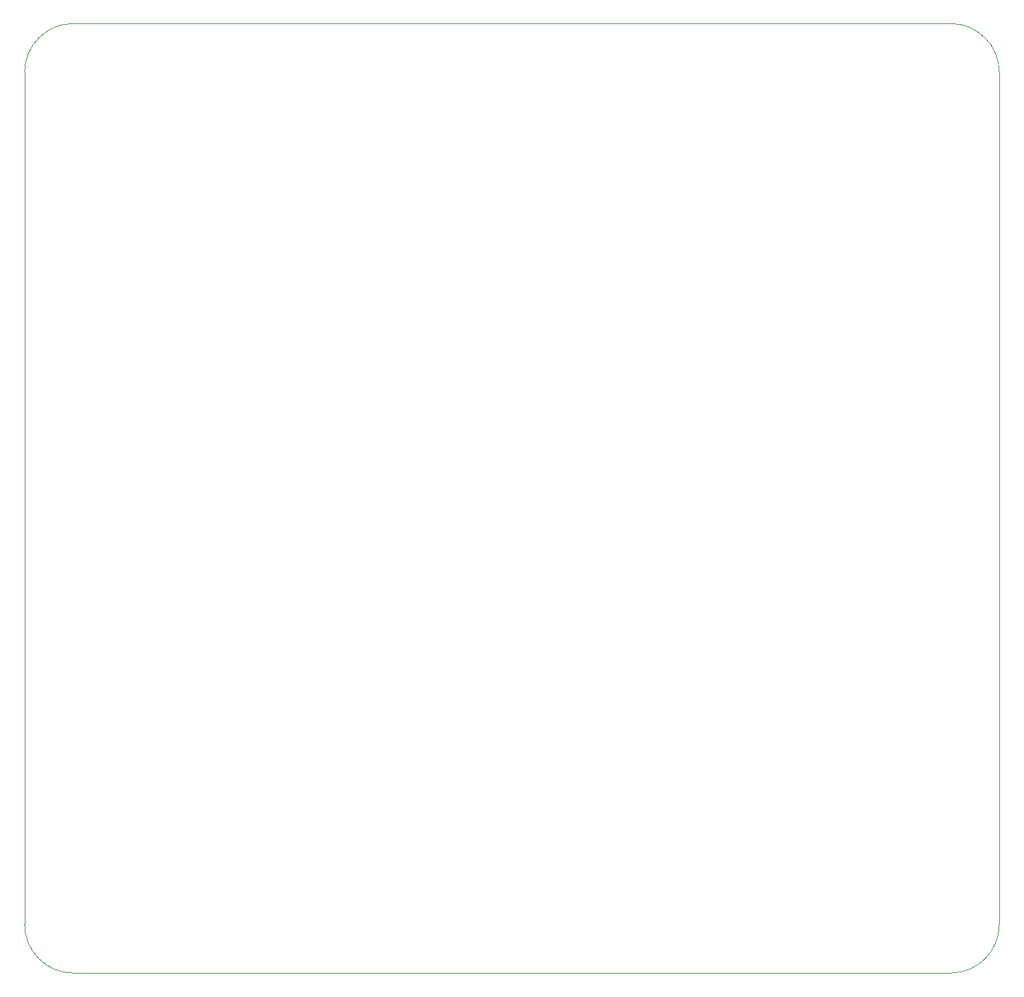
<source format=gbr>
G04 #@! TF.GenerationSoftware,KiCad,Pcbnew,(5.1.6)-1*
G04 #@! TF.CreationDate,2020-06-16T21:04:05+02:00*
G04 #@! TF.ProjectId,ethernet-sniffer,65746865-726e-4657-942d-736e69666665,rev?*
G04 #@! TF.SameCoordinates,Original*
G04 #@! TF.FileFunction,Profile,NP*
%FSLAX46Y46*%
G04 Gerber Fmt 4.6, Leading zero omitted, Abs format (unit mm)*
G04 Created by KiCad (PCBNEW (5.1.6)-1) date 2020-06-16 21:04:05*
%MOMM*%
%LPD*%
G01*
G04 APERTURE LIST*
G04 #@! TA.AperFunction,Profile*
%ADD10C,0.050000*%
G04 #@! TD*
G04 APERTURE END LIST*
D10*
X99000000Y-150000000D02*
X207000000Y-150000000D01*
X207000000Y-33000000D02*
G75*
G02*
X213000000Y-39000000I0J-6000000D01*
G01*
X213000000Y-144000000D02*
G75*
G02*
X207000000Y-150000000I-6000000J0D01*
G01*
X99000000Y-150000000D02*
G75*
G02*
X93000000Y-144000000I0J6000000D01*
G01*
X93000000Y-39000000D02*
G75*
G02*
X99000000Y-33000000I6000000J0D01*
G01*
X207000000Y-33000000D02*
X159000000Y-33000000D01*
X213000000Y-144000000D02*
X213000000Y-39000000D01*
X93000000Y-39000000D02*
X93000000Y-144000000D01*
X159000000Y-33000000D02*
X99000000Y-33000000D01*
M02*

</source>
